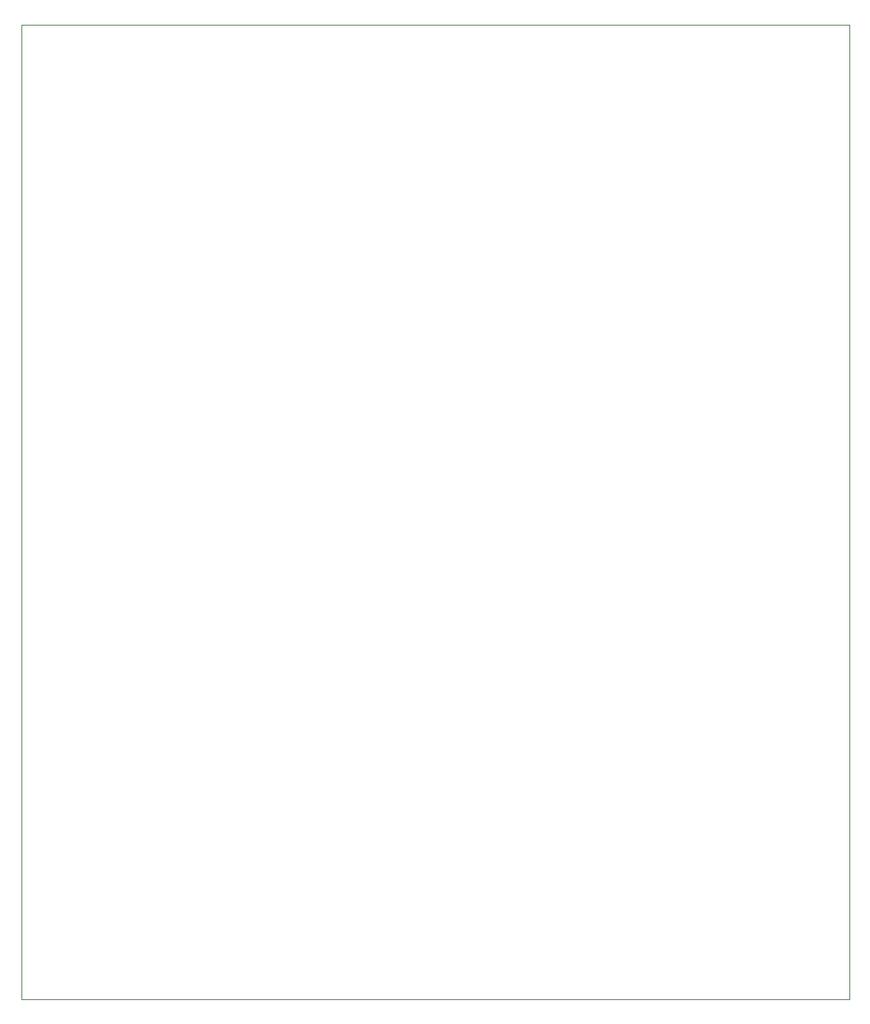
<source format=gbr>
%TF.GenerationSoftware,KiCad,Pcbnew,(6.0.5)*%
%TF.CreationDate,2022-07-01T01:15:04-04:00*%
%TF.ProjectId,Feeder-Panelized,46656564-6572-42d5-9061-6e656c697a65,rev?*%
%TF.SameCoordinates,Original*%
%TF.FileFunction,Profile,NP*%
%FSLAX46Y46*%
G04 Gerber Fmt 4.6, Leading zero omitted, Abs format (unit mm)*
G04 Created by KiCad (PCBNEW (6.0.5)) date 2022-07-01 01:15:04*
%MOMM*%
%LPD*%
G01*
G04 APERTURE LIST*
%TA.AperFunction,Profile*%
%ADD10C,0.100000*%
%TD*%
G04 APERTURE END LIST*
D10*
X139500000Y-80000000D02*
X224500000Y-80000000D01*
X224500000Y-80000000D02*
X224500000Y-180000000D01*
X224500000Y-180000000D02*
X139500000Y-180000000D01*
X139500000Y-180000000D02*
X139500000Y-80000000D01*
M02*

</source>
